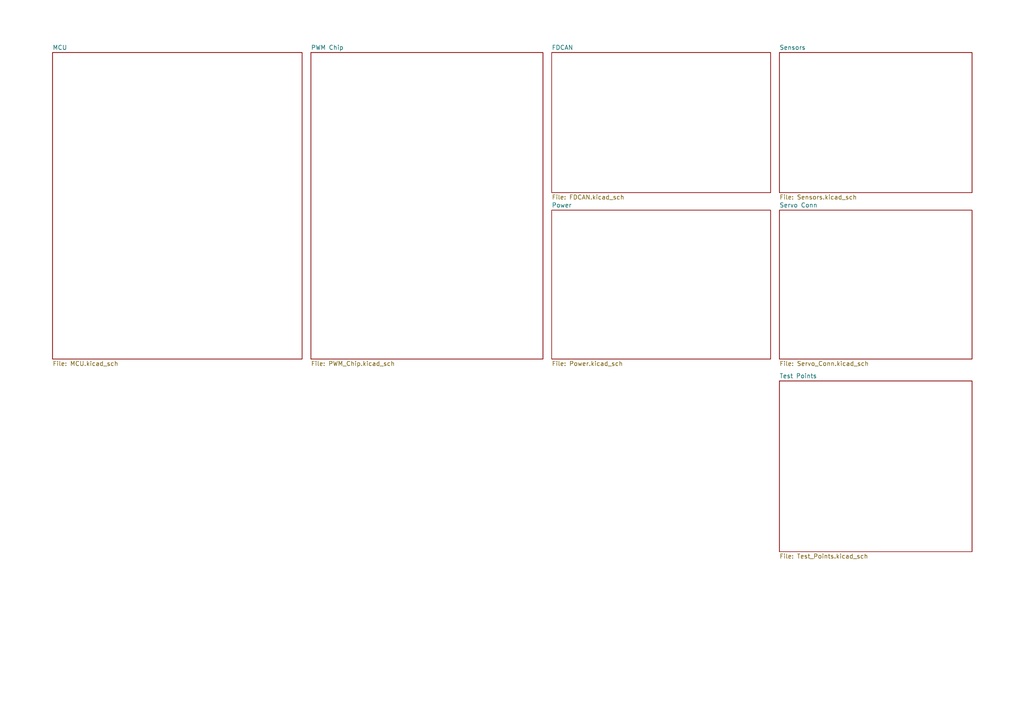
<source format=kicad_sch>
(kicad_sch
	(version 20250114)
	(generator "eeschema")
	(generator_version "9.0")
	(uuid "4b2c0d47-e95f-422d-82c7-56e194122971")
	(paper "A4")
	(lib_symbols)
	(sheet
		(at 160.02 60.96)
		(size 63.5 43.18)
		(exclude_from_sim no)
		(in_bom yes)
		(on_board yes)
		(dnp no)
		(fields_autoplaced yes)
		(stroke
			(width 0.1524)
			(type solid)
		)
		(fill
			(color 0 0 0 0.0000)
		)
		(uuid "0e59b3c6-ec2c-49fb-8c65-7fe9fff368de")
		(property "Sheetname" "Power"
			(at 160.02 60.2484 0)
			(effects
				(font
					(size 1.27 1.27)
				)
				(justify left bottom)
			)
		)
		(property "Sheetfile" "Power.kicad_sch"
			(at 160.02 104.7246 0)
			(effects
				(font
					(size 1.27 1.27)
				)
				(justify left top)
			)
		)
		(instances
			(project "Servo Board"
				(path "/4b2c0d47-e95f-422d-82c7-56e194122971"
					(page "5")
				)
			)
		)
	)
	(sheet
		(at 226.06 15.24)
		(size 55.88 40.64)
		(exclude_from_sim no)
		(in_bom yes)
		(on_board yes)
		(dnp no)
		(fields_autoplaced yes)
		(stroke
			(width 0.1524)
			(type solid)
		)
		(fill
			(color 0 0 0 0.0000)
		)
		(uuid "18a64751-53de-493a-9c55-689cf0f28c0b")
		(property "Sheetname" "Sensors"
			(at 226.06 14.5284 0)
			(effects
				(font
					(size 1.27 1.27)
				)
				(justify left bottom)
			)
		)
		(property "Sheetfile" "Sensors.kicad_sch"
			(at 226.06 56.4646 0)
			(effects
				(font
					(size 1.27 1.27)
				)
				(justify left top)
			)
		)
		(instances
			(project "Servo Board"
				(path "/4b2c0d47-e95f-422d-82c7-56e194122971"
					(page "6")
				)
			)
		)
	)
	(sheet
		(at 15.24 15.24)
		(size 72.39 88.9)
		(exclude_from_sim no)
		(in_bom yes)
		(on_board yes)
		(dnp no)
		(fields_autoplaced yes)
		(stroke
			(width 0.1524)
			(type solid)
		)
		(fill
			(color 0 0 0 0.0000)
		)
		(uuid "28f5cc14-07b4-489a-bc5a-261444964448")
		(property "Sheetname" "MCU"
			(at 15.24 14.5284 0)
			(effects
				(font
					(size 1.27 1.27)
				)
				(justify left bottom)
			)
		)
		(property "Sheetfile" "MCU.kicad_sch"
			(at 15.24 104.7246 0)
			(effects
				(font
					(size 1.27 1.27)
				)
				(justify left top)
			)
		)
		(instances
			(project "Servo Board"
				(path "/4b2c0d47-e95f-422d-82c7-56e194122971"
					(page "2")
				)
			)
		)
	)
	(sheet
		(at 226.06 60.96)
		(size 55.88 43.18)
		(exclude_from_sim no)
		(in_bom yes)
		(on_board yes)
		(dnp no)
		(fields_autoplaced yes)
		(stroke
			(width 0.1524)
			(type solid)
		)
		(fill
			(color 0 0 0 0.0000)
		)
		(uuid "35c33a1f-d7ef-45a1-9ca0-5e6bbaf0c630")
		(property "Sheetname" "Servo Conn"
			(at 226.06 60.2484 0)
			(effects
				(font
					(size 1.27 1.27)
				)
				(justify left bottom)
			)
		)
		(property "Sheetfile" "Servo_Conn.kicad_sch"
			(at 226.06 104.7246 0)
			(effects
				(font
					(size 1.27 1.27)
				)
				(justify left top)
			)
		)
		(instances
			(project "Servo Board"
				(path "/4b2c0d47-e95f-422d-82c7-56e194122971"
					(page "7")
				)
			)
		)
	)
	(sheet
		(at 226.06 110.49)
		(size 55.88 49.53)
		(exclude_from_sim no)
		(in_bom yes)
		(on_board yes)
		(dnp no)
		(fields_autoplaced yes)
		(stroke
			(width 0.1524)
			(type solid)
		)
		(fill
			(color 0 0 0 0.0000)
		)
		(uuid "be4c8c72-31f1-4c7f-b257-67c582a6b7c8")
		(property "Sheetname" "Test Points"
			(at 226.06 109.7784 0)
			(effects
				(font
					(size 1.27 1.27)
				)
				(justify left bottom)
			)
		)
		(property "Sheetfile" "Test_Points.kicad_sch"
			(at 226.06 160.6046 0)
			(effects
				(font
					(size 1.27 1.27)
				)
				(justify left top)
			)
		)
		(instances
			(project "Servo Board"
				(path "/4b2c0d47-e95f-422d-82c7-56e194122971"
					(page "8")
				)
			)
		)
	)
	(sheet
		(at 90.17 15.24)
		(size 67.31 88.9)
		(exclude_from_sim no)
		(in_bom yes)
		(on_board yes)
		(dnp no)
		(fields_autoplaced yes)
		(stroke
			(width 0.1524)
			(type solid)
		)
		(fill
			(color 0 0 0 0.0000)
		)
		(uuid "c97b10fa-3403-4a44-ba83-271af52d508b")
		(property "Sheetname" "PWM Chip"
			(at 90.17 14.5284 0)
			(effects
				(font
					(size 1.27 1.27)
				)
				(justify left bottom)
			)
		)
		(property "Sheetfile" "PWM_Chip.kicad_sch"
			(at 90.17 104.7246 0)
			(effects
				(font
					(size 1.27 1.27)
				)
				(justify left top)
			)
		)
		(instances
			(project "Servo Board"
				(path "/4b2c0d47-e95f-422d-82c7-56e194122971"
					(page "3")
				)
			)
		)
	)
	(sheet
		(at 160.02 15.24)
		(size 63.5 40.64)
		(exclude_from_sim no)
		(in_bom yes)
		(on_board yes)
		(dnp no)
		(fields_autoplaced yes)
		(stroke
			(width 0.1524)
			(type solid)
		)
		(fill
			(color 0 0 0 0.0000)
		)
		(uuid "fe47d9fe-26d8-400a-8660-f0de29460b73")
		(property "Sheetname" "FDCAN"
			(at 160.02 14.5284 0)
			(effects
				(font
					(size 1.27 1.27)
				)
				(justify left bottom)
			)
		)
		(property "Sheetfile" "FDCAN.kicad_sch"
			(at 160.02 56.4646 0)
			(effects
				(font
					(size 1.27 1.27)
				)
				(justify left top)
			)
		)
		(instances
			(project "Servo Board"
				(path "/4b2c0d47-e95f-422d-82c7-56e194122971"
					(page "4")
				)
			)
		)
	)
	(sheet_instances
		(path "/"
			(page "1")
		)
	)
	(embedded_fonts no)
)

</source>
